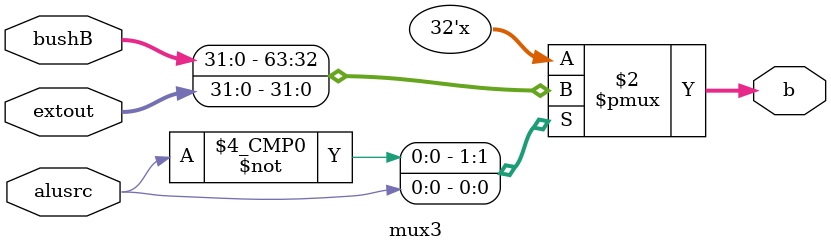
<source format=v>
module mux3(alusrc,bushB,extout,b);
//choose the second input to ALU
    input [31:0] bushB;
    input [31:0] extout;
    input alusrc;
    output reg[31:0] b;
    
    always@(alusrc or bushB or extout)
    begin
      case(alusrc)
          1'd0:b=bushB;
          1'd1:b=extout;
      endcase
    end
endmodule
</source>
